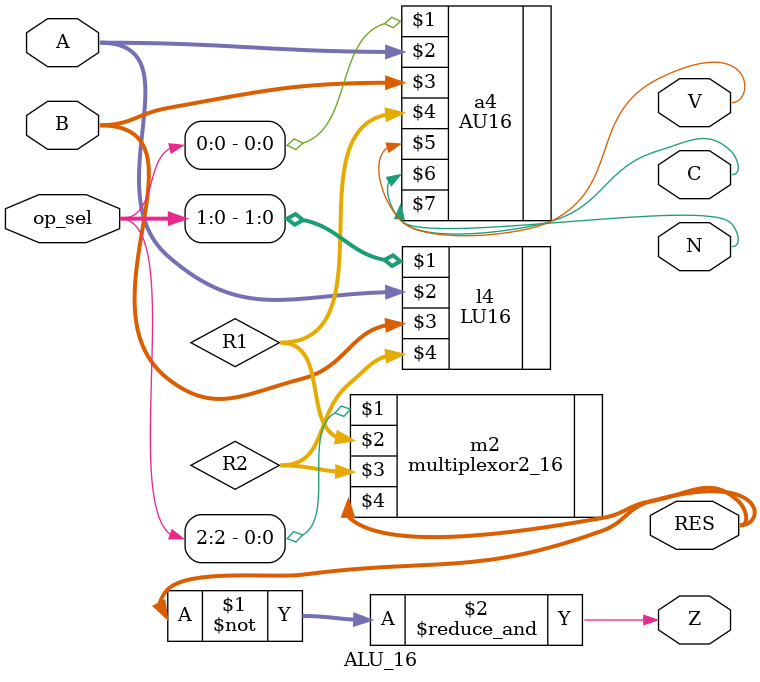
<source format=v>
module ALU_16(input [2:0] op_sel,input [15:0] A,input [15:0] B,output [15:0] RES,output V,output C,output N,output Z);

wire [15:0] R1;
wire [15:0] R2;
AU16 a4(op_sel[0],A,B,R1,V,C,N);
LU16 l4(op_sel[1:0],A,B,R2);
multiplexor2_16 m2(op_sel[2],R1,R2,RES);
assign Z = &(~RES) & 1'b1;


endmodule
</source>
